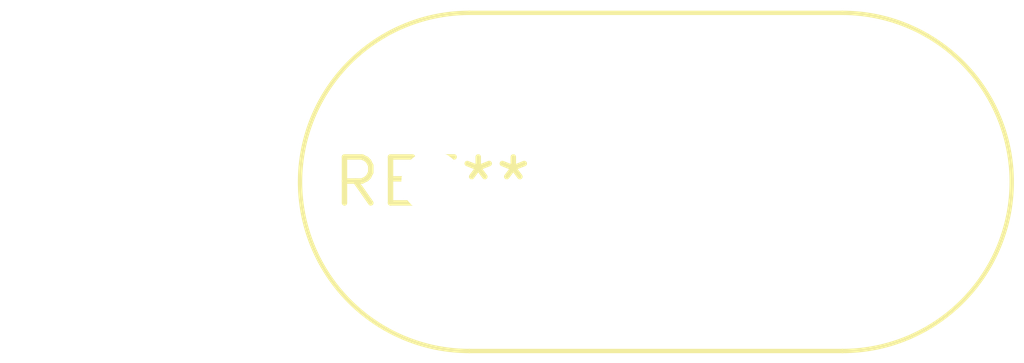
<source format=kicad_pcb>
(kicad_pcb (version 20240108) (generator pcbnew)
  (layers (0 "F.Cu" signal) (31 "B.Cu" signal) (34 "B.Paste" user) (35 "F.Paste" user) (36 "B.SilkS" user "B.Silkscreen") (37 "F.SilkS" user "F.Silkscreen") (38 "B.Mask" user) (39 "F.Mask" user) (44 "Edge.Cuts" user))
  (net 0 "")
  (footprint "Crystal_HC33-U_Vertical" (layer "F.Cu") (at 0 0)
    (property "Reference" "REF**")
    (property "Value" "Crystal_HC33-U_Vertical")
    (fp_line (start 1.025 -4.67) (end 11.315 -4.67) (layer "F.SilkS") (stroke (width 0.12)))
    (fp_line (start 1.025 4.67) (end 11.315 4.67) (layer "F.SilkS") (stroke (width 0.12)))
    (fp_arc (start 1.025 4.67) (mid -3.645 0) (end 1.025 -4.67) (layer "F.SilkS") (stroke (width 0.12)))
    (fp_arc (start 11.315 -4.67) (mid 15.985 0) (end 11.315 4.67) (layer "F.SilkS") (stroke (width 0.12)))
    (pad "1" thru_hole circle (at 0 0) (size 2.7 2.7) (drill 1.7) (layers *.Cu *.Mask) (remove_unused_layers))
    (pad "2" thru_hole circle (at 12.34 0) (size 2.7 2.7) (drill 1.7) (layers *.Cu *.Mask) (remove_unused_layers))
  )
)
</source>
